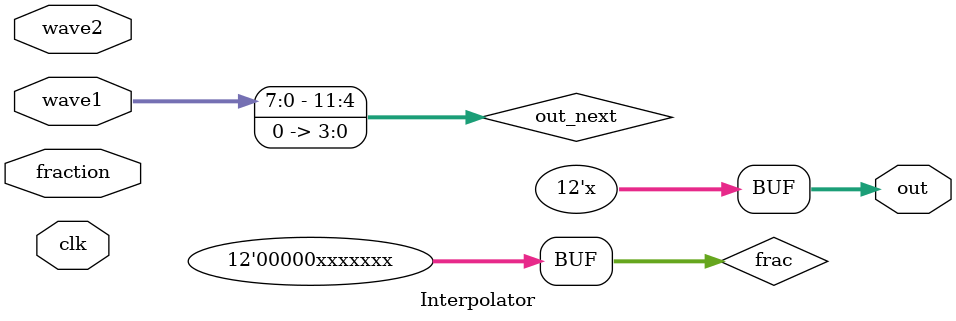
<source format=v>
module Interpolator(fraction, wave1, wave2, out, clk);		//to interpolate - subtract wave1 from wave2, multiply the difference by fraction, add this to wave1
	input [8:0]fraction;
	input [7:0]wave1;
	input [7:0]wave2;
	input clk;
	output reg [11:0]out;
	reg [11:0] out_next;

	reg [7:0]sub;
	reg [11:0]frac;

	initial begin
		out = 12'd0;
		out_next = 12'd0;
	end

	always@(*) begin
		if(wave1>wave2) begin
			sub <= wave1-wave2;
			frac <= (sub*fraction)>>5;
			out_next[11:4] <= wave1;
			out <= out_next-frac-1;
		end
		else begin
			sub <= wave2-wave1;
			frac <= (sub*fraction)>>5;
			out_next[11:4] <= wave1;
			out <= out_next+frac;
		end
	end
endmodule
		

	

</source>
